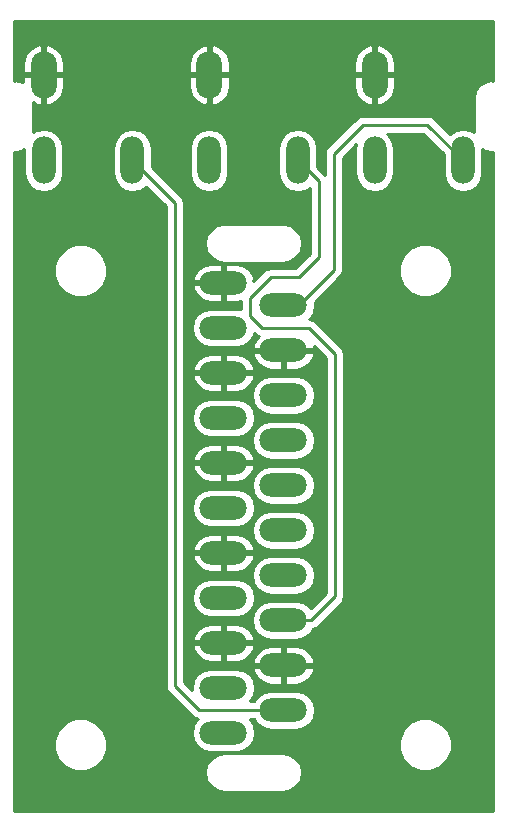
<source format=gbl>
G04 #@! TF.FileFunction,Copper,L2,Bot,Signal*
%FSLAX46Y46*%
G04 Gerber Fmt 4.6, Leading zero omitted, Abs format (unit mm)*
G04 Created by KiCad (PCBNEW 4.0.7) date 06/07/18 20:36:00*
%MOMM*%
%LPD*%
G01*
G04 APERTURE LIST*
%ADD10C,0.100000*%
%ADD11O,2.200000X4.000000*%
%ADD12O,2.000000X4.000000*%
%ADD13O,4.000000X2.000000*%
%ADD14C,0.250000*%
%ADD15C,0.254000*%
G04 APERTURE END LIST*
D10*
D11*
X132745000Y-71671000D03*
X146745000Y-71671000D03*
X160745000Y-71671000D03*
D12*
X132745000Y-78921000D03*
X140245000Y-78921000D03*
X168245000Y-78921000D03*
X160745000Y-78921000D03*
X154245000Y-78921000D03*
X146745000Y-78921000D03*
D13*
X153035000Y-91176000D03*
X153035000Y-94986000D03*
X153035000Y-98796000D03*
X153035000Y-102606000D03*
X153035000Y-125466000D03*
X153035000Y-121656000D03*
X153035000Y-117846000D03*
X153035000Y-114036000D03*
X153035000Y-110226000D03*
X153035000Y-106416000D03*
X147955000Y-127381000D03*
X147955000Y-123571000D03*
X147955000Y-119761000D03*
X147955000Y-115951000D03*
X147955000Y-112141000D03*
X147955000Y-89281000D03*
X147955000Y-93091000D03*
X147955000Y-96901000D03*
X147955000Y-100711000D03*
X147955000Y-104521000D03*
X147955000Y-108331000D03*
D14*
X153035000Y-125466000D02*
X145913000Y-125466000D01*
X143827500Y-82503500D02*
X140245000Y-78921000D01*
X143827500Y-123380500D02*
X143827500Y-82503500D01*
X145913000Y-125466000D02*
X143827500Y-123380500D01*
X153035000Y-91176000D02*
X154315000Y-91176000D01*
X154315000Y-91176000D02*
X157289500Y-88201500D01*
X157289500Y-88201500D02*
X157289500Y-78359000D01*
X157289500Y-78359000D02*
X159766000Y-75882500D01*
X159766000Y-75882500D02*
X165206500Y-75882500D01*
X165206500Y-75882500D02*
X168245000Y-78921000D01*
X153035000Y-117846000D02*
X155394500Y-117846000D01*
X156019500Y-80695500D02*
X154245000Y-78921000D01*
X156019500Y-87122000D02*
X156019500Y-80695500D01*
X154368500Y-88773000D02*
X156019500Y-87122000D01*
X151955500Y-88773000D02*
X154368500Y-88773000D01*
X150177500Y-90551000D02*
X151955500Y-88773000D01*
X150177500Y-92075000D02*
X150177500Y-90551000D01*
X151193500Y-93091000D02*
X150177500Y-92075000D01*
X155194000Y-93091000D02*
X151193500Y-93091000D01*
X157416500Y-95313500D02*
X155194000Y-93091000D01*
X157416500Y-115824000D02*
X157416500Y-95313500D01*
X155394500Y-117846000D02*
X157416500Y-115824000D01*
X153035000Y-117846000D02*
X152263000Y-117846000D01*
D15*
G36*
X170803500Y-72159048D02*
X170645000Y-72127520D01*
X170076715Y-72240559D01*
X169594946Y-72562466D01*
X169273039Y-73044235D01*
X169160000Y-73612520D01*
X169160000Y-76552146D01*
X168870687Y-76358834D01*
X168245000Y-76234377D01*
X167619313Y-76358834D01*
X167102775Y-76703973D01*
X165743901Y-75345099D01*
X165497339Y-75180352D01*
X165206500Y-75122500D01*
X159766000Y-75122500D01*
X159475161Y-75180352D01*
X159228599Y-75345099D01*
X156752099Y-77821599D01*
X156587352Y-78068161D01*
X156529500Y-78359000D01*
X156529500Y-80130698D01*
X155880000Y-79481198D01*
X155880000Y-77869377D01*
X155755543Y-77243690D01*
X155401120Y-76713257D01*
X154870687Y-76358834D01*
X154245000Y-76234377D01*
X153619313Y-76358834D01*
X153088880Y-76713257D01*
X152734457Y-77243690D01*
X152610000Y-77869377D01*
X152610000Y-79972623D01*
X152734457Y-80598310D01*
X153088880Y-81128743D01*
X153619313Y-81483166D01*
X154245000Y-81607623D01*
X154870687Y-81483166D01*
X155259500Y-81223370D01*
X155259500Y-86807198D01*
X154053698Y-88013000D01*
X151955500Y-88013000D01*
X151664661Y-88070852D01*
X151418099Y-88235599D01*
X150499700Y-89153998D01*
X150425778Y-89153998D01*
X150545124Y-88900566D01*
X150514144Y-88772645D01*
X150200922Y-88214683D01*
X149698020Y-87819058D01*
X149082000Y-87646000D01*
X148082000Y-87646000D01*
X148082000Y-89154000D01*
X148102000Y-89154000D01*
X148102000Y-89408000D01*
X148082000Y-89408000D01*
X148082000Y-90916000D01*
X149082000Y-90916000D01*
X149417500Y-90821748D01*
X149417500Y-91537729D01*
X149006623Y-91456000D01*
X146903377Y-91456000D01*
X146277690Y-91580457D01*
X145747257Y-91934880D01*
X145392834Y-92465313D01*
X145268377Y-93091000D01*
X145392834Y-93716687D01*
X145747257Y-94247120D01*
X146277690Y-94601543D01*
X146903377Y-94726000D01*
X149006623Y-94726000D01*
X149632310Y-94601543D01*
X150162743Y-94247120D01*
X150517166Y-93716687D01*
X150554864Y-93527166D01*
X150656099Y-93628401D01*
X150902661Y-93793148D01*
X150940385Y-93800652D01*
X150789078Y-93919683D01*
X150475856Y-94477645D01*
X150444876Y-94605566D01*
X150564223Y-94859000D01*
X152908000Y-94859000D01*
X152908000Y-94839000D01*
X153162000Y-94839000D01*
X153162000Y-94859000D01*
X155505777Y-94859000D01*
X155625124Y-94605566D01*
X155622363Y-94594165D01*
X156656500Y-95628302D01*
X156656500Y-115509198D01*
X155336100Y-116829598D01*
X155242743Y-116689880D01*
X154712310Y-116335457D01*
X154086623Y-116211000D01*
X151983377Y-116211000D01*
X151357690Y-116335457D01*
X150827257Y-116689880D01*
X150472834Y-117220313D01*
X150348377Y-117846000D01*
X150472834Y-118471687D01*
X150827257Y-119002120D01*
X151357690Y-119356543D01*
X151983377Y-119481000D01*
X154086623Y-119481000D01*
X154712310Y-119356543D01*
X155242743Y-119002120D01*
X155524730Y-118580095D01*
X155685339Y-118548148D01*
X155931901Y-118383401D01*
X157953901Y-116361401D01*
X158118648Y-116114839D01*
X158176500Y-115824000D01*
X158176500Y-95313500D01*
X158118648Y-95022661D01*
X157953901Y-94776099D01*
X155731401Y-92553599D01*
X155484839Y-92388852D01*
X155232853Y-92338728D01*
X155242743Y-92332120D01*
X155597166Y-91801687D01*
X155721623Y-91176000D01*
X155666570Y-90899232D01*
X157826901Y-88738901D01*
X157850976Y-88702869D01*
X162796363Y-88702869D01*
X163135905Y-89524622D01*
X163764071Y-90153886D01*
X164585231Y-90494861D01*
X165474369Y-90495637D01*
X166296122Y-90156095D01*
X166925386Y-89527929D01*
X167266361Y-88706769D01*
X167267137Y-87817631D01*
X166927595Y-86995878D01*
X166299429Y-86366614D01*
X165478269Y-86025639D01*
X164589131Y-86024863D01*
X163767378Y-86364405D01*
X163138114Y-86992571D01*
X162797139Y-87813731D01*
X162796363Y-88702869D01*
X157850976Y-88702869D01*
X157991648Y-88492340D01*
X158049500Y-88201500D01*
X158049500Y-78673802D01*
X159173584Y-77549718D01*
X159110000Y-77869377D01*
X159110000Y-79972623D01*
X159234457Y-80598310D01*
X159588880Y-81128743D01*
X160119313Y-81483166D01*
X160745000Y-81607623D01*
X161370687Y-81483166D01*
X161901120Y-81128743D01*
X162255543Y-80598310D01*
X162380000Y-79972623D01*
X162380000Y-77869377D01*
X162255543Y-77243690D01*
X161901120Y-76713257D01*
X161795224Y-76642500D01*
X164891698Y-76642500D01*
X166610000Y-78360802D01*
X166610000Y-79972623D01*
X166734457Y-80598310D01*
X167088880Y-81128743D01*
X167619313Y-81483166D01*
X168245000Y-81607623D01*
X168870687Y-81483166D01*
X169401120Y-81128743D01*
X169755543Y-80598310D01*
X169880000Y-79972623D01*
X169880000Y-77970001D01*
X170076715Y-78101441D01*
X170645000Y-78214480D01*
X170803500Y-78182952D01*
X170803500Y-133973500D01*
X130186500Y-133973500D01*
X130186500Y-130731000D01*
X146380950Y-130731000D01*
X146505407Y-131356687D01*
X146859830Y-131887120D01*
X147390263Y-132241543D01*
X148015950Y-132366000D01*
X152974050Y-132366000D01*
X153599737Y-132241543D01*
X154130170Y-131887120D01*
X154484593Y-131356687D01*
X154609050Y-130731000D01*
X154484593Y-130105313D01*
X154130170Y-129574880D01*
X153599737Y-129220457D01*
X152974050Y-129096000D01*
X148015950Y-129096000D01*
X147390263Y-129220457D01*
X146859830Y-129574880D01*
X146505407Y-130105313D01*
X146380950Y-130731000D01*
X130186500Y-130731000D01*
X130186500Y-128844369D01*
X133622863Y-128844369D01*
X133962405Y-129666122D01*
X134590571Y-130295386D01*
X135411731Y-130636361D01*
X136300869Y-130637137D01*
X137122622Y-130297595D01*
X137751886Y-129669429D01*
X138092861Y-128848269D01*
X138093637Y-127959131D01*
X137754095Y-127137378D01*
X137125929Y-126508114D01*
X136304769Y-126167139D01*
X135415631Y-126166363D01*
X134593878Y-126505905D01*
X133964614Y-127134071D01*
X133623639Y-127955231D01*
X133622863Y-128844369D01*
X130186500Y-128844369D01*
X130186500Y-88702869D01*
X133622863Y-88702869D01*
X133962405Y-89524622D01*
X134590571Y-90153886D01*
X135411731Y-90494861D01*
X136300869Y-90495637D01*
X137122622Y-90156095D01*
X137751886Y-89527929D01*
X138092861Y-88706769D01*
X138093637Y-87817631D01*
X137754095Y-86995878D01*
X137125929Y-86366614D01*
X136304769Y-86025639D01*
X135415631Y-86024863D01*
X134593878Y-86364405D01*
X133964614Y-86992571D01*
X133623639Y-87813731D01*
X133622863Y-88702869D01*
X130186500Y-88702869D01*
X130186500Y-78182952D01*
X130345000Y-78214480D01*
X130913285Y-78101441D01*
X131110000Y-77970001D01*
X131110000Y-79972623D01*
X131234457Y-80598310D01*
X131588880Y-81128743D01*
X132119313Y-81483166D01*
X132745000Y-81607623D01*
X133370687Y-81483166D01*
X133901120Y-81128743D01*
X134255543Y-80598310D01*
X134380000Y-79972623D01*
X134380000Y-77869377D01*
X138610000Y-77869377D01*
X138610000Y-79972623D01*
X138734457Y-80598310D01*
X139088880Y-81128743D01*
X139619313Y-81483166D01*
X140245000Y-81607623D01*
X140870687Y-81483166D01*
X141387225Y-81138027D01*
X143067500Y-82818302D01*
X143067500Y-123380500D01*
X143125352Y-123671339D01*
X143290099Y-123917901D01*
X145375599Y-126003401D01*
X145622160Y-126168148D01*
X145783987Y-126200338D01*
X145747257Y-126224880D01*
X145392834Y-126755313D01*
X145268377Y-127381000D01*
X145392834Y-128006687D01*
X145747257Y-128537120D01*
X146277690Y-128891543D01*
X146903377Y-129016000D01*
X149006623Y-129016000D01*
X149632310Y-128891543D01*
X149702911Y-128844369D01*
X162796363Y-128844369D01*
X163135905Y-129666122D01*
X163764071Y-130295386D01*
X164585231Y-130636361D01*
X165474369Y-130637137D01*
X166296122Y-130297595D01*
X166925386Y-129669429D01*
X167266361Y-128848269D01*
X167267137Y-127959131D01*
X166927595Y-127137378D01*
X166299429Y-126508114D01*
X165478269Y-126167139D01*
X164589131Y-126166363D01*
X163767378Y-126505905D01*
X163138114Y-127134071D01*
X162797139Y-127955231D01*
X162796363Y-128844369D01*
X149702911Y-128844369D01*
X150162743Y-128537120D01*
X150517166Y-128006687D01*
X150641623Y-127381000D01*
X150517166Y-126755313D01*
X150163491Y-126226000D01*
X150562579Y-126226000D01*
X150827257Y-126622120D01*
X151357690Y-126976543D01*
X151983377Y-127101000D01*
X154086623Y-127101000D01*
X154712310Y-126976543D01*
X155242743Y-126622120D01*
X155597166Y-126091687D01*
X155721623Y-125466000D01*
X155597166Y-124840313D01*
X155242743Y-124309880D01*
X154712310Y-123955457D01*
X154086623Y-123831000D01*
X151983377Y-123831000D01*
X151357690Y-123955457D01*
X150827257Y-124309880D01*
X150562579Y-124706000D01*
X150176855Y-124706000D01*
X150517166Y-124196687D01*
X150641623Y-123571000D01*
X150517166Y-122945313D01*
X150162743Y-122414880D01*
X149632310Y-122060457D01*
X149511539Y-122036434D01*
X150444876Y-122036434D01*
X150475856Y-122164355D01*
X150789078Y-122722317D01*
X151291980Y-123117942D01*
X151908000Y-123291000D01*
X152908000Y-123291000D01*
X152908000Y-121783000D01*
X153162000Y-121783000D01*
X153162000Y-123291000D01*
X154162000Y-123291000D01*
X154778020Y-123117942D01*
X155280922Y-122722317D01*
X155594144Y-122164355D01*
X155625124Y-122036434D01*
X155505777Y-121783000D01*
X153162000Y-121783000D01*
X152908000Y-121783000D01*
X150564223Y-121783000D01*
X150444876Y-122036434D01*
X149511539Y-122036434D01*
X149006623Y-121936000D01*
X146903377Y-121936000D01*
X146277690Y-122060457D01*
X145747257Y-122414880D01*
X145392834Y-122945313D01*
X145268377Y-123571000D01*
X145311973Y-123790171D01*
X144587500Y-123065698D01*
X144587500Y-120141434D01*
X145364876Y-120141434D01*
X145395856Y-120269355D01*
X145709078Y-120827317D01*
X146211980Y-121222942D01*
X146828000Y-121396000D01*
X147828000Y-121396000D01*
X147828000Y-119888000D01*
X148082000Y-119888000D01*
X148082000Y-121396000D01*
X149082000Y-121396000D01*
X149510698Y-121275566D01*
X150444876Y-121275566D01*
X150564223Y-121529000D01*
X152908000Y-121529000D01*
X152908000Y-120021000D01*
X153162000Y-120021000D01*
X153162000Y-121529000D01*
X155505777Y-121529000D01*
X155625124Y-121275566D01*
X155594144Y-121147645D01*
X155280922Y-120589683D01*
X154778020Y-120194058D01*
X154162000Y-120021000D01*
X153162000Y-120021000D01*
X152908000Y-120021000D01*
X151908000Y-120021000D01*
X151291980Y-120194058D01*
X150789078Y-120589683D01*
X150475856Y-121147645D01*
X150444876Y-121275566D01*
X149510698Y-121275566D01*
X149698020Y-121222942D01*
X150200922Y-120827317D01*
X150514144Y-120269355D01*
X150545124Y-120141434D01*
X150425777Y-119888000D01*
X148082000Y-119888000D01*
X147828000Y-119888000D01*
X145484223Y-119888000D01*
X145364876Y-120141434D01*
X144587500Y-120141434D01*
X144587500Y-119380566D01*
X145364876Y-119380566D01*
X145484223Y-119634000D01*
X147828000Y-119634000D01*
X147828000Y-118126000D01*
X148082000Y-118126000D01*
X148082000Y-119634000D01*
X150425777Y-119634000D01*
X150545124Y-119380566D01*
X150514144Y-119252645D01*
X150200922Y-118694683D01*
X149698020Y-118299058D01*
X149082000Y-118126000D01*
X148082000Y-118126000D01*
X147828000Y-118126000D01*
X146828000Y-118126000D01*
X146211980Y-118299058D01*
X145709078Y-118694683D01*
X145395856Y-119252645D01*
X145364876Y-119380566D01*
X144587500Y-119380566D01*
X144587500Y-115951000D01*
X145268377Y-115951000D01*
X145392834Y-116576687D01*
X145747257Y-117107120D01*
X146277690Y-117461543D01*
X146903377Y-117586000D01*
X149006623Y-117586000D01*
X149632310Y-117461543D01*
X150162743Y-117107120D01*
X150517166Y-116576687D01*
X150641623Y-115951000D01*
X150517166Y-115325313D01*
X150162743Y-114794880D01*
X149632310Y-114440457D01*
X149006623Y-114316000D01*
X146903377Y-114316000D01*
X146277690Y-114440457D01*
X145747257Y-114794880D01*
X145392834Y-115325313D01*
X145268377Y-115951000D01*
X144587500Y-115951000D01*
X144587500Y-114036000D01*
X150348377Y-114036000D01*
X150472834Y-114661687D01*
X150827257Y-115192120D01*
X151357690Y-115546543D01*
X151983377Y-115671000D01*
X154086623Y-115671000D01*
X154712310Y-115546543D01*
X155242743Y-115192120D01*
X155597166Y-114661687D01*
X155721623Y-114036000D01*
X155597166Y-113410313D01*
X155242743Y-112879880D01*
X154712310Y-112525457D01*
X154086623Y-112401000D01*
X151983377Y-112401000D01*
X151357690Y-112525457D01*
X150827257Y-112879880D01*
X150472834Y-113410313D01*
X150348377Y-114036000D01*
X144587500Y-114036000D01*
X144587500Y-112521434D01*
X145364876Y-112521434D01*
X145395856Y-112649355D01*
X145709078Y-113207317D01*
X146211980Y-113602942D01*
X146828000Y-113776000D01*
X147828000Y-113776000D01*
X147828000Y-112268000D01*
X148082000Y-112268000D01*
X148082000Y-113776000D01*
X149082000Y-113776000D01*
X149698020Y-113602942D01*
X150200922Y-113207317D01*
X150514144Y-112649355D01*
X150545124Y-112521434D01*
X150425777Y-112268000D01*
X148082000Y-112268000D01*
X147828000Y-112268000D01*
X145484223Y-112268000D01*
X145364876Y-112521434D01*
X144587500Y-112521434D01*
X144587500Y-111760566D01*
X145364876Y-111760566D01*
X145484223Y-112014000D01*
X147828000Y-112014000D01*
X147828000Y-110506000D01*
X148082000Y-110506000D01*
X148082000Y-112014000D01*
X150425777Y-112014000D01*
X150545124Y-111760566D01*
X150514144Y-111632645D01*
X150200922Y-111074683D01*
X149698020Y-110679058D01*
X149082000Y-110506000D01*
X148082000Y-110506000D01*
X147828000Y-110506000D01*
X146828000Y-110506000D01*
X146211980Y-110679058D01*
X145709078Y-111074683D01*
X145395856Y-111632645D01*
X145364876Y-111760566D01*
X144587500Y-111760566D01*
X144587500Y-110226000D01*
X150348377Y-110226000D01*
X150472834Y-110851687D01*
X150827257Y-111382120D01*
X151357690Y-111736543D01*
X151983377Y-111861000D01*
X154086623Y-111861000D01*
X154712310Y-111736543D01*
X155242743Y-111382120D01*
X155597166Y-110851687D01*
X155721623Y-110226000D01*
X155597166Y-109600313D01*
X155242743Y-109069880D01*
X154712310Y-108715457D01*
X154086623Y-108591000D01*
X151983377Y-108591000D01*
X151357690Y-108715457D01*
X150827257Y-109069880D01*
X150472834Y-109600313D01*
X150348377Y-110226000D01*
X144587500Y-110226000D01*
X144587500Y-108331000D01*
X145268377Y-108331000D01*
X145392834Y-108956687D01*
X145747257Y-109487120D01*
X146277690Y-109841543D01*
X146903377Y-109966000D01*
X149006623Y-109966000D01*
X149632310Y-109841543D01*
X150162743Y-109487120D01*
X150517166Y-108956687D01*
X150641623Y-108331000D01*
X150517166Y-107705313D01*
X150162743Y-107174880D01*
X149632310Y-106820457D01*
X149006623Y-106696000D01*
X146903377Y-106696000D01*
X146277690Y-106820457D01*
X145747257Y-107174880D01*
X145392834Y-107705313D01*
X145268377Y-108331000D01*
X144587500Y-108331000D01*
X144587500Y-106416000D01*
X150348377Y-106416000D01*
X150472834Y-107041687D01*
X150827257Y-107572120D01*
X151357690Y-107926543D01*
X151983377Y-108051000D01*
X154086623Y-108051000D01*
X154712310Y-107926543D01*
X155242743Y-107572120D01*
X155597166Y-107041687D01*
X155721623Y-106416000D01*
X155597166Y-105790313D01*
X155242743Y-105259880D01*
X154712310Y-104905457D01*
X154086623Y-104781000D01*
X151983377Y-104781000D01*
X151357690Y-104905457D01*
X150827257Y-105259880D01*
X150472834Y-105790313D01*
X150348377Y-106416000D01*
X144587500Y-106416000D01*
X144587500Y-104901434D01*
X145364876Y-104901434D01*
X145395856Y-105029355D01*
X145709078Y-105587317D01*
X146211980Y-105982942D01*
X146828000Y-106156000D01*
X147828000Y-106156000D01*
X147828000Y-104648000D01*
X148082000Y-104648000D01*
X148082000Y-106156000D01*
X149082000Y-106156000D01*
X149698020Y-105982942D01*
X150200922Y-105587317D01*
X150514144Y-105029355D01*
X150545124Y-104901434D01*
X150425777Y-104648000D01*
X148082000Y-104648000D01*
X147828000Y-104648000D01*
X145484223Y-104648000D01*
X145364876Y-104901434D01*
X144587500Y-104901434D01*
X144587500Y-104140566D01*
X145364876Y-104140566D01*
X145484223Y-104394000D01*
X147828000Y-104394000D01*
X147828000Y-102886000D01*
X148082000Y-102886000D01*
X148082000Y-104394000D01*
X150425777Y-104394000D01*
X150545124Y-104140566D01*
X150514144Y-104012645D01*
X150200922Y-103454683D01*
X149698020Y-103059058D01*
X149082000Y-102886000D01*
X148082000Y-102886000D01*
X147828000Y-102886000D01*
X146828000Y-102886000D01*
X146211980Y-103059058D01*
X145709078Y-103454683D01*
X145395856Y-104012645D01*
X145364876Y-104140566D01*
X144587500Y-104140566D01*
X144587500Y-102606000D01*
X150348377Y-102606000D01*
X150472834Y-103231687D01*
X150827257Y-103762120D01*
X151357690Y-104116543D01*
X151983377Y-104241000D01*
X154086623Y-104241000D01*
X154712310Y-104116543D01*
X155242743Y-103762120D01*
X155597166Y-103231687D01*
X155721623Y-102606000D01*
X155597166Y-101980313D01*
X155242743Y-101449880D01*
X154712310Y-101095457D01*
X154086623Y-100971000D01*
X151983377Y-100971000D01*
X151357690Y-101095457D01*
X150827257Y-101449880D01*
X150472834Y-101980313D01*
X150348377Y-102606000D01*
X144587500Y-102606000D01*
X144587500Y-100711000D01*
X145268377Y-100711000D01*
X145392834Y-101336687D01*
X145747257Y-101867120D01*
X146277690Y-102221543D01*
X146903377Y-102346000D01*
X149006623Y-102346000D01*
X149632310Y-102221543D01*
X150162743Y-101867120D01*
X150517166Y-101336687D01*
X150641623Y-100711000D01*
X150517166Y-100085313D01*
X150162743Y-99554880D01*
X149632310Y-99200457D01*
X149006623Y-99076000D01*
X146903377Y-99076000D01*
X146277690Y-99200457D01*
X145747257Y-99554880D01*
X145392834Y-100085313D01*
X145268377Y-100711000D01*
X144587500Y-100711000D01*
X144587500Y-98796000D01*
X150348377Y-98796000D01*
X150472834Y-99421687D01*
X150827257Y-99952120D01*
X151357690Y-100306543D01*
X151983377Y-100431000D01*
X154086623Y-100431000D01*
X154712310Y-100306543D01*
X155242743Y-99952120D01*
X155597166Y-99421687D01*
X155721623Y-98796000D01*
X155597166Y-98170313D01*
X155242743Y-97639880D01*
X154712310Y-97285457D01*
X154086623Y-97161000D01*
X151983377Y-97161000D01*
X151357690Y-97285457D01*
X150827257Y-97639880D01*
X150472834Y-98170313D01*
X150348377Y-98796000D01*
X144587500Y-98796000D01*
X144587500Y-97281434D01*
X145364876Y-97281434D01*
X145395856Y-97409355D01*
X145709078Y-97967317D01*
X146211980Y-98362942D01*
X146828000Y-98536000D01*
X147828000Y-98536000D01*
X147828000Y-97028000D01*
X148082000Y-97028000D01*
X148082000Y-98536000D01*
X149082000Y-98536000D01*
X149698020Y-98362942D01*
X150200922Y-97967317D01*
X150514144Y-97409355D01*
X150545124Y-97281434D01*
X150425777Y-97028000D01*
X148082000Y-97028000D01*
X147828000Y-97028000D01*
X145484223Y-97028000D01*
X145364876Y-97281434D01*
X144587500Y-97281434D01*
X144587500Y-96520566D01*
X145364876Y-96520566D01*
X145484223Y-96774000D01*
X147828000Y-96774000D01*
X147828000Y-95266000D01*
X148082000Y-95266000D01*
X148082000Y-96774000D01*
X150425777Y-96774000D01*
X150545124Y-96520566D01*
X150514144Y-96392645D01*
X150200922Y-95834683D01*
X149698020Y-95439058D01*
X149439507Y-95366434D01*
X150444876Y-95366434D01*
X150475856Y-95494355D01*
X150789078Y-96052317D01*
X151291980Y-96447942D01*
X151908000Y-96621000D01*
X152908000Y-96621000D01*
X152908000Y-95113000D01*
X153162000Y-95113000D01*
X153162000Y-96621000D01*
X154162000Y-96621000D01*
X154778020Y-96447942D01*
X155280922Y-96052317D01*
X155594144Y-95494355D01*
X155625124Y-95366434D01*
X155505777Y-95113000D01*
X153162000Y-95113000D01*
X152908000Y-95113000D01*
X150564223Y-95113000D01*
X150444876Y-95366434D01*
X149439507Y-95366434D01*
X149082000Y-95266000D01*
X148082000Y-95266000D01*
X147828000Y-95266000D01*
X146828000Y-95266000D01*
X146211980Y-95439058D01*
X145709078Y-95834683D01*
X145395856Y-96392645D01*
X145364876Y-96520566D01*
X144587500Y-96520566D01*
X144587500Y-89661434D01*
X145364876Y-89661434D01*
X145395856Y-89789355D01*
X145709078Y-90347317D01*
X146211980Y-90742942D01*
X146828000Y-90916000D01*
X147828000Y-90916000D01*
X147828000Y-89408000D01*
X145484223Y-89408000D01*
X145364876Y-89661434D01*
X144587500Y-89661434D01*
X144587500Y-88900566D01*
X145364876Y-88900566D01*
X145484223Y-89154000D01*
X147828000Y-89154000D01*
X147828000Y-87646000D01*
X146828000Y-87646000D01*
X146211980Y-87819058D01*
X145709078Y-88214683D01*
X145395856Y-88772645D01*
X145364876Y-88900566D01*
X144587500Y-88900566D01*
X144587500Y-85931000D01*
X146380950Y-85931000D01*
X146505407Y-86556687D01*
X146859830Y-87087120D01*
X147390263Y-87441543D01*
X148015950Y-87566000D01*
X152974050Y-87566000D01*
X153599737Y-87441543D01*
X154130170Y-87087120D01*
X154484593Y-86556687D01*
X154609050Y-85931000D01*
X154484593Y-85305313D01*
X154130170Y-84774880D01*
X153599737Y-84420457D01*
X152974050Y-84296000D01*
X148015950Y-84296000D01*
X147390263Y-84420457D01*
X146859830Y-84774880D01*
X146505407Y-85305313D01*
X146380950Y-85931000D01*
X144587500Y-85931000D01*
X144587500Y-82503500D01*
X144529648Y-82212661D01*
X144364901Y-81966099D01*
X141880000Y-79481198D01*
X141880000Y-77869377D01*
X145110000Y-77869377D01*
X145110000Y-79972623D01*
X145234457Y-80598310D01*
X145588880Y-81128743D01*
X146119313Y-81483166D01*
X146745000Y-81607623D01*
X147370687Y-81483166D01*
X147901120Y-81128743D01*
X148255543Y-80598310D01*
X148380000Y-79972623D01*
X148380000Y-77869377D01*
X148255543Y-77243690D01*
X147901120Y-76713257D01*
X147370687Y-76358834D01*
X146745000Y-76234377D01*
X146119313Y-76358834D01*
X145588880Y-76713257D01*
X145234457Y-77243690D01*
X145110000Y-77869377D01*
X141880000Y-77869377D01*
X141755543Y-77243690D01*
X141401120Y-76713257D01*
X140870687Y-76358834D01*
X140245000Y-76234377D01*
X139619313Y-76358834D01*
X139088880Y-76713257D01*
X138734457Y-77243690D01*
X138610000Y-77869377D01*
X134380000Y-77869377D01*
X134255543Y-77243690D01*
X133901120Y-76713257D01*
X133370687Y-76358834D01*
X132745000Y-76234377D01*
X132119313Y-76358834D01*
X131830000Y-76552146D01*
X131830000Y-74013574D01*
X132198376Y-74222531D01*
X132348878Y-74260175D01*
X132618000Y-74142125D01*
X132618000Y-71798000D01*
X132872000Y-71798000D01*
X132872000Y-74142125D01*
X133141122Y-74260175D01*
X133291624Y-74222531D01*
X133882028Y-73887632D01*
X134299330Y-73352288D01*
X134480000Y-72698000D01*
X134480000Y-71798000D01*
X145010000Y-71798000D01*
X145010000Y-72698000D01*
X145190670Y-73352288D01*
X145607972Y-73887632D01*
X146198376Y-74222531D01*
X146348878Y-74260175D01*
X146618000Y-74142125D01*
X146618000Y-71798000D01*
X146872000Y-71798000D01*
X146872000Y-74142125D01*
X147141122Y-74260175D01*
X147291624Y-74222531D01*
X147882028Y-73887632D01*
X148299330Y-73352288D01*
X148480000Y-72698000D01*
X148480000Y-71798000D01*
X159010000Y-71798000D01*
X159010000Y-72698000D01*
X159190670Y-73352288D01*
X159607972Y-73887632D01*
X160198376Y-74222531D01*
X160348878Y-74260175D01*
X160618000Y-74142125D01*
X160618000Y-71798000D01*
X160872000Y-71798000D01*
X160872000Y-74142125D01*
X161141122Y-74260175D01*
X161291624Y-74222531D01*
X161882028Y-73887632D01*
X162299330Y-73352288D01*
X162480000Y-72698000D01*
X162480000Y-71798000D01*
X160872000Y-71798000D01*
X160618000Y-71798000D01*
X159010000Y-71798000D01*
X148480000Y-71798000D01*
X146872000Y-71798000D01*
X146618000Y-71798000D01*
X145010000Y-71798000D01*
X134480000Y-71798000D01*
X132872000Y-71798000D01*
X132618000Y-71798000D01*
X131010000Y-71798000D01*
X131010000Y-72305182D01*
X130913285Y-72240559D01*
X130345000Y-72127520D01*
X130186500Y-72159048D01*
X130186500Y-70644000D01*
X131010000Y-70644000D01*
X131010000Y-71544000D01*
X132618000Y-71544000D01*
X132618000Y-69199875D01*
X132872000Y-69199875D01*
X132872000Y-71544000D01*
X134480000Y-71544000D01*
X134480000Y-70644000D01*
X145010000Y-70644000D01*
X145010000Y-71544000D01*
X146618000Y-71544000D01*
X146618000Y-69199875D01*
X146872000Y-69199875D01*
X146872000Y-71544000D01*
X148480000Y-71544000D01*
X148480000Y-70644000D01*
X159010000Y-70644000D01*
X159010000Y-71544000D01*
X160618000Y-71544000D01*
X160618000Y-69199875D01*
X160872000Y-69199875D01*
X160872000Y-71544000D01*
X162480000Y-71544000D01*
X162480000Y-70644000D01*
X162299330Y-69989712D01*
X161882028Y-69454368D01*
X161291624Y-69119469D01*
X161141122Y-69081825D01*
X160872000Y-69199875D01*
X160618000Y-69199875D01*
X160348878Y-69081825D01*
X160198376Y-69119469D01*
X159607972Y-69454368D01*
X159190670Y-69989712D01*
X159010000Y-70644000D01*
X148480000Y-70644000D01*
X148299330Y-69989712D01*
X147882028Y-69454368D01*
X147291624Y-69119469D01*
X147141122Y-69081825D01*
X146872000Y-69199875D01*
X146618000Y-69199875D01*
X146348878Y-69081825D01*
X146198376Y-69119469D01*
X145607972Y-69454368D01*
X145190670Y-69989712D01*
X145010000Y-70644000D01*
X134480000Y-70644000D01*
X134299330Y-69989712D01*
X133882028Y-69454368D01*
X133291624Y-69119469D01*
X133141122Y-69081825D01*
X132872000Y-69199875D01*
X132618000Y-69199875D01*
X132348878Y-69081825D01*
X132198376Y-69119469D01*
X131607972Y-69454368D01*
X131190670Y-69989712D01*
X131010000Y-70644000D01*
X130186500Y-70644000D01*
X130186500Y-67131000D01*
X170803500Y-67131000D01*
X170803500Y-72159048D01*
X170803500Y-72159048D01*
G37*
X170803500Y-72159048D02*
X170645000Y-72127520D01*
X170076715Y-72240559D01*
X169594946Y-72562466D01*
X169273039Y-73044235D01*
X169160000Y-73612520D01*
X169160000Y-76552146D01*
X168870687Y-76358834D01*
X168245000Y-76234377D01*
X167619313Y-76358834D01*
X167102775Y-76703973D01*
X165743901Y-75345099D01*
X165497339Y-75180352D01*
X165206500Y-75122500D01*
X159766000Y-75122500D01*
X159475161Y-75180352D01*
X159228599Y-75345099D01*
X156752099Y-77821599D01*
X156587352Y-78068161D01*
X156529500Y-78359000D01*
X156529500Y-80130698D01*
X155880000Y-79481198D01*
X155880000Y-77869377D01*
X155755543Y-77243690D01*
X155401120Y-76713257D01*
X154870687Y-76358834D01*
X154245000Y-76234377D01*
X153619313Y-76358834D01*
X153088880Y-76713257D01*
X152734457Y-77243690D01*
X152610000Y-77869377D01*
X152610000Y-79972623D01*
X152734457Y-80598310D01*
X153088880Y-81128743D01*
X153619313Y-81483166D01*
X154245000Y-81607623D01*
X154870687Y-81483166D01*
X155259500Y-81223370D01*
X155259500Y-86807198D01*
X154053698Y-88013000D01*
X151955500Y-88013000D01*
X151664661Y-88070852D01*
X151418099Y-88235599D01*
X150499700Y-89153998D01*
X150425778Y-89153998D01*
X150545124Y-88900566D01*
X150514144Y-88772645D01*
X150200922Y-88214683D01*
X149698020Y-87819058D01*
X149082000Y-87646000D01*
X148082000Y-87646000D01*
X148082000Y-89154000D01*
X148102000Y-89154000D01*
X148102000Y-89408000D01*
X148082000Y-89408000D01*
X148082000Y-90916000D01*
X149082000Y-90916000D01*
X149417500Y-90821748D01*
X149417500Y-91537729D01*
X149006623Y-91456000D01*
X146903377Y-91456000D01*
X146277690Y-91580457D01*
X145747257Y-91934880D01*
X145392834Y-92465313D01*
X145268377Y-93091000D01*
X145392834Y-93716687D01*
X145747257Y-94247120D01*
X146277690Y-94601543D01*
X146903377Y-94726000D01*
X149006623Y-94726000D01*
X149632310Y-94601543D01*
X150162743Y-94247120D01*
X150517166Y-93716687D01*
X150554864Y-93527166D01*
X150656099Y-93628401D01*
X150902661Y-93793148D01*
X150940385Y-93800652D01*
X150789078Y-93919683D01*
X150475856Y-94477645D01*
X150444876Y-94605566D01*
X150564223Y-94859000D01*
X152908000Y-94859000D01*
X152908000Y-94839000D01*
X153162000Y-94839000D01*
X153162000Y-94859000D01*
X155505777Y-94859000D01*
X155625124Y-94605566D01*
X155622363Y-94594165D01*
X156656500Y-95628302D01*
X156656500Y-115509198D01*
X155336100Y-116829598D01*
X155242743Y-116689880D01*
X154712310Y-116335457D01*
X154086623Y-116211000D01*
X151983377Y-116211000D01*
X151357690Y-116335457D01*
X150827257Y-116689880D01*
X150472834Y-117220313D01*
X150348377Y-117846000D01*
X150472834Y-118471687D01*
X150827257Y-119002120D01*
X151357690Y-119356543D01*
X151983377Y-119481000D01*
X154086623Y-119481000D01*
X154712310Y-119356543D01*
X155242743Y-119002120D01*
X155524730Y-118580095D01*
X155685339Y-118548148D01*
X155931901Y-118383401D01*
X157953901Y-116361401D01*
X158118648Y-116114839D01*
X158176500Y-115824000D01*
X158176500Y-95313500D01*
X158118648Y-95022661D01*
X157953901Y-94776099D01*
X155731401Y-92553599D01*
X155484839Y-92388852D01*
X155232853Y-92338728D01*
X155242743Y-92332120D01*
X155597166Y-91801687D01*
X155721623Y-91176000D01*
X155666570Y-90899232D01*
X157826901Y-88738901D01*
X157850976Y-88702869D01*
X162796363Y-88702869D01*
X163135905Y-89524622D01*
X163764071Y-90153886D01*
X164585231Y-90494861D01*
X165474369Y-90495637D01*
X166296122Y-90156095D01*
X166925386Y-89527929D01*
X167266361Y-88706769D01*
X167267137Y-87817631D01*
X166927595Y-86995878D01*
X166299429Y-86366614D01*
X165478269Y-86025639D01*
X164589131Y-86024863D01*
X163767378Y-86364405D01*
X163138114Y-86992571D01*
X162797139Y-87813731D01*
X162796363Y-88702869D01*
X157850976Y-88702869D01*
X157991648Y-88492340D01*
X158049500Y-88201500D01*
X158049500Y-78673802D01*
X159173584Y-77549718D01*
X159110000Y-77869377D01*
X159110000Y-79972623D01*
X159234457Y-80598310D01*
X159588880Y-81128743D01*
X160119313Y-81483166D01*
X160745000Y-81607623D01*
X161370687Y-81483166D01*
X161901120Y-81128743D01*
X162255543Y-80598310D01*
X162380000Y-79972623D01*
X162380000Y-77869377D01*
X162255543Y-77243690D01*
X161901120Y-76713257D01*
X161795224Y-76642500D01*
X164891698Y-76642500D01*
X166610000Y-78360802D01*
X166610000Y-79972623D01*
X166734457Y-80598310D01*
X167088880Y-81128743D01*
X167619313Y-81483166D01*
X168245000Y-81607623D01*
X168870687Y-81483166D01*
X169401120Y-81128743D01*
X169755543Y-80598310D01*
X169880000Y-79972623D01*
X169880000Y-77970001D01*
X170076715Y-78101441D01*
X170645000Y-78214480D01*
X170803500Y-78182952D01*
X170803500Y-133973500D01*
X130186500Y-133973500D01*
X130186500Y-130731000D01*
X146380950Y-130731000D01*
X146505407Y-131356687D01*
X146859830Y-131887120D01*
X147390263Y-132241543D01*
X148015950Y-132366000D01*
X152974050Y-132366000D01*
X153599737Y-132241543D01*
X154130170Y-131887120D01*
X154484593Y-131356687D01*
X154609050Y-130731000D01*
X154484593Y-130105313D01*
X154130170Y-129574880D01*
X153599737Y-129220457D01*
X152974050Y-129096000D01*
X148015950Y-129096000D01*
X147390263Y-129220457D01*
X146859830Y-129574880D01*
X146505407Y-130105313D01*
X146380950Y-130731000D01*
X130186500Y-130731000D01*
X130186500Y-128844369D01*
X133622863Y-128844369D01*
X133962405Y-129666122D01*
X134590571Y-130295386D01*
X135411731Y-130636361D01*
X136300869Y-130637137D01*
X137122622Y-130297595D01*
X137751886Y-129669429D01*
X138092861Y-128848269D01*
X138093637Y-127959131D01*
X137754095Y-127137378D01*
X137125929Y-126508114D01*
X136304769Y-126167139D01*
X135415631Y-126166363D01*
X134593878Y-126505905D01*
X133964614Y-127134071D01*
X133623639Y-127955231D01*
X133622863Y-128844369D01*
X130186500Y-128844369D01*
X130186500Y-88702869D01*
X133622863Y-88702869D01*
X133962405Y-89524622D01*
X134590571Y-90153886D01*
X135411731Y-90494861D01*
X136300869Y-90495637D01*
X137122622Y-90156095D01*
X137751886Y-89527929D01*
X138092861Y-88706769D01*
X138093637Y-87817631D01*
X137754095Y-86995878D01*
X137125929Y-86366614D01*
X136304769Y-86025639D01*
X135415631Y-86024863D01*
X134593878Y-86364405D01*
X133964614Y-86992571D01*
X133623639Y-87813731D01*
X133622863Y-88702869D01*
X130186500Y-88702869D01*
X130186500Y-78182952D01*
X130345000Y-78214480D01*
X130913285Y-78101441D01*
X131110000Y-77970001D01*
X131110000Y-79972623D01*
X131234457Y-80598310D01*
X131588880Y-81128743D01*
X132119313Y-81483166D01*
X132745000Y-81607623D01*
X133370687Y-81483166D01*
X133901120Y-81128743D01*
X134255543Y-80598310D01*
X134380000Y-79972623D01*
X134380000Y-77869377D01*
X138610000Y-77869377D01*
X138610000Y-79972623D01*
X138734457Y-80598310D01*
X139088880Y-81128743D01*
X139619313Y-81483166D01*
X140245000Y-81607623D01*
X140870687Y-81483166D01*
X141387225Y-81138027D01*
X143067500Y-82818302D01*
X143067500Y-123380500D01*
X143125352Y-123671339D01*
X143290099Y-123917901D01*
X145375599Y-126003401D01*
X145622160Y-126168148D01*
X145783987Y-126200338D01*
X145747257Y-126224880D01*
X145392834Y-126755313D01*
X145268377Y-127381000D01*
X145392834Y-128006687D01*
X145747257Y-128537120D01*
X146277690Y-128891543D01*
X146903377Y-129016000D01*
X149006623Y-129016000D01*
X149632310Y-128891543D01*
X149702911Y-128844369D01*
X162796363Y-128844369D01*
X163135905Y-129666122D01*
X163764071Y-130295386D01*
X164585231Y-130636361D01*
X165474369Y-130637137D01*
X166296122Y-130297595D01*
X166925386Y-129669429D01*
X167266361Y-128848269D01*
X167267137Y-127959131D01*
X166927595Y-127137378D01*
X166299429Y-126508114D01*
X165478269Y-126167139D01*
X164589131Y-126166363D01*
X163767378Y-126505905D01*
X163138114Y-127134071D01*
X162797139Y-127955231D01*
X162796363Y-128844369D01*
X149702911Y-128844369D01*
X150162743Y-128537120D01*
X150517166Y-128006687D01*
X150641623Y-127381000D01*
X150517166Y-126755313D01*
X150163491Y-126226000D01*
X150562579Y-126226000D01*
X150827257Y-126622120D01*
X151357690Y-126976543D01*
X151983377Y-127101000D01*
X154086623Y-127101000D01*
X154712310Y-126976543D01*
X155242743Y-126622120D01*
X155597166Y-126091687D01*
X155721623Y-125466000D01*
X155597166Y-124840313D01*
X155242743Y-124309880D01*
X154712310Y-123955457D01*
X154086623Y-123831000D01*
X151983377Y-123831000D01*
X151357690Y-123955457D01*
X150827257Y-124309880D01*
X150562579Y-124706000D01*
X150176855Y-124706000D01*
X150517166Y-124196687D01*
X150641623Y-123571000D01*
X150517166Y-122945313D01*
X150162743Y-122414880D01*
X149632310Y-122060457D01*
X149511539Y-122036434D01*
X150444876Y-122036434D01*
X150475856Y-122164355D01*
X150789078Y-122722317D01*
X151291980Y-123117942D01*
X151908000Y-123291000D01*
X152908000Y-123291000D01*
X152908000Y-121783000D01*
X153162000Y-121783000D01*
X153162000Y-123291000D01*
X154162000Y-123291000D01*
X154778020Y-123117942D01*
X155280922Y-122722317D01*
X155594144Y-122164355D01*
X155625124Y-122036434D01*
X155505777Y-121783000D01*
X153162000Y-121783000D01*
X152908000Y-121783000D01*
X150564223Y-121783000D01*
X150444876Y-122036434D01*
X149511539Y-122036434D01*
X149006623Y-121936000D01*
X146903377Y-121936000D01*
X146277690Y-122060457D01*
X145747257Y-122414880D01*
X145392834Y-122945313D01*
X145268377Y-123571000D01*
X145311973Y-123790171D01*
X144587500Y-123065698D01*
X144587500Y-120141434D01*
X145364876Y-120141434D01*
X145395856Y-120269355D01*
X145709078Y-120827317D01*
X146211980Y-121222942D01*
X146828000Y-121396000D01*
X147828000Y-121396000D01*
X147828000Y-119888000D01*
X148082000Y-119888000D01*
X148082000Y-121396000D01*
X149082000Y-121396000D01*
X149510698Y-121275566D01*
X150444876Y-121275566D01*
X150564223Y-121529000D01*
X152908000Y-121529000D01*
X152908000Y-120021000D01*
X153162000Y-120021000D01*
X153162000Y-121529000D01*
X155505777Y-121529000D01*
X155625124Y-121275566D01*
X155594144Y-121147645D01*
X155280922Y-120589683D01*
X154778020Y-120194058D01*
X154162000Y-120021000D01*
X153162000Y-120021000D01*
X152908000Y-120021000D01*
X151908000Y-120021000D01*
X151291980Y-120194058D01*
X150789078Y-120589683D01*
X150475856Y-121147645D01*
X150444876Y-121275566D01*
X149510698Y-121275566D01*
X149698020Y-121222942D01*
X150200922Y-120827317D01*
X150514144Y-120269355D01*
X150545124Y-120141434D01*
X150425777Y-119888000D01*
X148082000Y-119888000D01*
X147828000Y-119888000D01*
X145484223Y-119888000D01*
X145364876Y-120141434D01*
X144587500Y-120141434D01*
X144587500Y-119380566D01*
X145364876Y-119380566D01*
X145484223Y-119634000D01*
X147828000Y-119634000D01*
X147828000Y-118126000D01*
X148082000Y-118126000D01*
X148082000Y-119634000D01*
X150425777Y-119634000D01*
X150545124Y-119380566D01*
X150514144Y-119252645D01*
X150200922Y-118694683D01*
X149698020Y-118299058D01*
X149082000Y-118126000D01*
X148082000Y-118126000D01*
X147828000Y-118126000D01*
X146828000Y-118126000D01*
X146211980Y-118299058D01*
X145709078Y-118694683D01*
X145395856Y-119252645D01*
X145364876Y-119380566D01*
X144587500Y-119380566D01*
X144587500Y-115951000D01*
X145268377Y-115951000D01*
X145392834Y-116576687D01*
X145747257Y-117107120D01*
X146277690Y-117461543D01*
X146903377Y-117586000D01*
X149006623Y-117586000D01*
X149632310Y-117461543D01*
X150162743Y-117107120D01*
X150517166Y-116576687D01*
X150641623Y-115951000D01*
X150517166Y-115325313D01*
X150162743Y-114794880D01*
X149632310Y-114440457D01*
X149006623Y-114316000D01*
X146903377Y-114316000D01*
X146277690Y-114440457D01*
X145747257Y-114794880D01*
X145392834Y-115325313D01*
X145268377Y-115951000D01*
X144587500Y-115951000D01*
X144587500Y-114036000D01*
X150348377Y-114036000D01*
X150472834Y-114661687D01*
X150827257Y-115192120D01*
X151357690Y-115546543D01*
X151983377Y-115671000D01*
X154086623Y-115671000D01*
X154712310Y-115546543D01*
X155242743Y-115192120D01*
X155597166Y-114661687D01*
X155721623Y-114036000D01*
X155597166Y-113410313D01*
X155242743Y-112879880D01*
X154712310Y-112525457D01*
X154086623Y-112401000D01*
X151983377Y-112401000D01*
X151357690Y-112525457D01*
X150827257Y-112879880D01*
X150472834Y-113410313D01*
X150348377Y-114036000D01*
X144587500Y-114036000D01*
X144587500Y-112521434D01*
X145364876Y-112521434D01*
X145395856Y-112649355D01*
X145709078Y-113207317D01*
X146211980Y-113602942D01*
X146828000Y-113776000D01*
X147828000Y-113776000D01*
X147828000Y-112268000D01*
X148082000Y-112268000D01*
X148082000Y-113776000D01*
X149082000Y-113776000D01*
X149698020Y-113602942D01*
X150200922Y-113207317D01*
X150514144Y-112649355D01*
X150545124Y-112521434D01*
X150425777Y-112268000D01*
X148082000Y-112268000D01*
X147828000Y-112268000D01*
X145484223Y-112268000D01*
X145364876Y-112521434D01*
X144587500Y-112521434D01*
X144587500Y-111760566D01*
X145364876Y-111760566D01*
X145484223Y-112014000D01*
X147828000Y-112014000D01*
X147828000Y-110506000D01*
X148082000Y-110506000D01*
X148082000Y-112014000D01*
X150425777Y-112014000D01*
X150545124Y-111760566D01*
X150514144Y-111632645D01*
X150200922Y-111074683D01*
X149698020Y-110679058D01*
X149082000Y-110506000D01*
X148082000Y-110506000D01*
X147828000Y-110506000D01*
X146828000Y-110506000D01*
X146211980Y-110679058D01*
X145709078Y-111074683D01*
X145395856Y-111632645D01*
X145364876Y-111760566D01*
X144587500Y-111760566D01*
X144587500Y-110226000D01*
X150348377Y-110226000D01*
X150472834Y-110851687D01*
X150827257Y-111382120D01*
X151357690Y-111736543D01*
X151983377Y-111861000D01*
X154086623Y-111861000D01*
X154712310Y-111736543D01*
X155242743Y-111382120D01*
X155597166Y-110851687D01*
X155721623Y-110226000D01*
X155597166Y-109600313D01*
X155242743Y-109069880D01*
X154712310Y-108715457D01*
X154086623Y-108591000D01*
X151983377Y-108591000D01*
X151357690Y-108715457D01*
X150827257Y-109069880D01*
X150472834Y-109600313D01*
X150348377Y-110226000D01*
X144587500Y-110226000D01*
X144587500Y-108331000D01*
X145268377Y-108331000D01*
X145392834Y-108956687D01*
X145747257Y-109487120D01*
X146277690Y-109841543D01*
X146903377Y-109966000D01*
X149006623Y-109966000D01*
X149632310Y-109841543D01*
X150162743Y-109487120D01*
X150517166Y-108956687D01*
X150641623Y-108331000D01*
X150517166Y-107705313D01*
X150162743Y-107174880D01*
X149632310Y-106820457D01*
X149006623Y-106696000D01*
X146903377Y-106696000D01*
X146277690Y-106820457D01*
X145747257Y-107174880D01*
X145392834Y-107705313D01*
X145268377Y-108331000D01*
X144587500Y-108331000D01*
X144587500Y-106416000D01*
X150348377Y-106416000D01*
X150472834Y-107041687D01*
X150827257Y-107572120D01*
X151357690Y-107926543D01*
X151983377Y-108051000D01*
X154086623Y-108051000D01*
X154712310Y-107926543D01*
X155242743Y-107572120D01*
X155597166Y-107041687D01*
X155721623Y-106416000D01*
X155597166Y-105790313D01*
X155242743Y-105259880D01*
X154712310Y-104905457D01*
X154086623Y-104781000D01*
X151983377Y-104781000D01*
X151357690Y-104905457D01*
X150827257Y-105259880D01*
X150472834Y-105790313D01*
X150348377Y-106416000D01*
X144587500Y-106416000D01*
X144587500Y-104901434D01*
X145364876Y-104901434D01*
X145395856Y-105029355D01*
X145709078Y-105587317D01*
X146211980Y-105982942D01*
X146828000Y-106156000D01*
X147828000Y-106156000D01*
X147828000Y-104648000D01*
X148082000Y-104648000D01*
X148082000Y-106156000D01*
X149082000Y-106156000D01*
X149698020Y-105982942D01*
X150200922Y-105587317D01*
X150514144Y-105029355D01*
X150545124Y-104901434D01*
X150425777Y-104648000D01*
X148082000Y-104648000D01*
X147828000Y-104648000D01*
X145484223Y-104648000D01*
X145364876Y-104901434D01*
X144587500Y-104901434D01*
X144587500Y-104140566D01*
X145364876Y-104140566D01*
X145484223Y-104394000D01*
X147828000Y-104394000D01*
X147828000Y-102886000D01*
X148082000Y-102886000D01*
X148082000Y-104394000D01*
X150425777Y-104394000D01*
X150545124Y-104140566D01*
X150514144Y-104012645D01*
X150200922Y-103454683D01*
X149698020Y-103059058D01*
X149082000Y-102886000D01*
X148082000Y-102886000D01*
X147828000Y-102886000D01*
X146828000Y-102886000D01*
X146211980Y-103059058D01*
X145709078Y-103454683D01*
X145395856Y-104012645D01*
X145364876Y-104140566D01*
X144587500Y-104140566D01*
X144587500Y-102606000D01*
X150348377Y-102606000D01*
X150472834Y-103231687D01*
X150827257Y-103762120D01*
X151357690Y-104116543D01*
X151983377Y-104241000D01*
X154086623Y-104241000D01*
X154712310Y-104116543D01*
X155242743Y-103762120D01*
X155597166Y-103231687D01*
X155721623Y-102606000D01*
X155597166Y-101980313D01*
X155242743Y-101449880D01*
X154712310Y-101095457D01*
X154086623Y-100971000D01*
X151983377Y-100971000D01*
X151357690Y-101095457D01*
X150827257Y-101449880D01*
X150472834Y-101980313D01*
X150348377Y-102606000D01*
X144587500Y-102606000D01*
X144587500Y-100711000D01*
X145268377Y-100711000D01*
X145392834Y-101336687D01*
X145747257Y-101867120D01*
X146277690Y-102221543D01*
X146903377Y-102346000D01*
X149006623Y-102346000D01*
X149632310Y-102221543D01*
X150162743Y-101867120D01*
X150517166Y-101336687D01*
X150641623Y-100711000D01*
X150517166Y-100085313D01*
X150162743Y-99554880D01*
X149632310Y-99200457D01*
X149006623Y-99076000D01*
X146903377Y-99076000D01*
X146277690Y-99200457D01*
X145747257Y-99554880D01*
X145392834Y-100085313D01*
X145268377Y-100711000D01*
X144587500Y-100711000D01*
X144587500Y-98796000D01*
X150348377Y-98796000D01*
X150472834Y-99421687D01*
X150827257Y-99952120D01*
X151357690Y-100306543D01*
X151983377Y-100431000D01*
X154086623Y-100431000D01*
X154712310Y-100306543D01*
X155242743Y-99952120D01*
X155597166Y-99421687D01*
X155721623Y-98796000D01*
X155597166Y-98170313D01*
X155242743Y-97639880D01*
X154712310Y-97285457D01*
X154086623Y-97161000D01*
X151983377Y-97161000D01*
X151357690Y-97285457D01*
X150827257Y-97639880D01*
X150472834Y-98170313D01*
X150348377Y-98796000D01*
X144587500Y-98796000D01*
X144587500Y-97281434D01*
X145364876Y-97281434D01*
X145395856Y-97409355D01*
X145709078Y-97967317D01*
X146211980Y-98362942D01*
X146828000Y-98536000D01*
X147828000Y-98536000D01*
X147828000Y-97028000D01*
X148082000Y-97028000D01*
X148082000Y-98536000D01*
X149082000Y-98536000D01*
X149698020Y-98362942D01*
X150200922Y-97967317D01*
X150514144Y-97409355D01*
X150545124Y-97281434D01*
X150425777Y-97028000D01*
X148082000Y-97028000D01*
X147828000Y-97028000D01*
X145484223Y-97028000D01*
X145364876Y-97281434D01*
X144587500Y-97281434D01*
X144587500Y-96520566D01*
X145364876Y-96520566D01*
X145484223Y-96774000D01*
X147828000Y-96774000D01*
X147828000Y-95266000D01*
X148082000Y-95266000D01*
X148082000Y-96774000D01*
X150425777Y-96774000D01*
X150545124Y-96520566D01*
X150514144Y-96392645D01*
X150200922Y-95834683D01*
X149698020Y-95439058D01*
X149439507Y-95366434D01*
X150444876Y-95366434D01*
X150475856Y-95494355D01*
X150789078Y-96052317D01*
X151291980Y-96447942D01*
X151908000Y-96621000D01*
X152908000Y-96621000D01*
X152908000Y-95113000D01*
X153162000Y-95113000D01*
X153162000Y-96621000D01*
X154162000Y-96621000D01*
X154778020Y-96447942D01*
X155280922Y-96052317D01*
X155594144Y-95494355D01*
X155625124Y-95366434D01*
X155505777Y-95113000D01*
X153162000Y-95113000D01*
X152908000Y-95113000D01*
X150564223Y-95113000D01*
X150444876Y-95366434D01*
X149439507Y-95366434D01*
X149082000Y-95266000D01*
X148082000Y-95266000D01*
X147828000Y-95266000D01*
X146828000Y-95266000D01*
X146211980Y-95439058D01*
X145709078Y-95834683D01*
X145395856Y-96392645D01*
X145364876Y-96520566D01*
X144587500Y-96520566D01*
X144587500Y-89661434D01*
X145364876Y-89661434D01*
X145395856Y-89789355D01*
X145709078Y-90347317D01*
X146211980Y-90742942D01*
X146828000Y-90916000D01*
X147828000Y-90916000D01*
X147828000Y-89408000D01*
X145484223Y-89408000D01*
X145364876Y-89661434D01*
X144587500Y-89661434D01*
X144587500Y-88900566D01*
X145364876Y-88900566D01*
X145484223Y-89154000D01*
X147828000Y-89154000D01*
X147828000Y-87646000D01*
X146828000Y-87646000D01*
X146211980Y-87819058D01*
X145709078Y-88214683D01*
X145395856Y-88772645D01*
X145364876Y-88900566D01*
X144587500Y-88900566D01*
X144587500Y-85931000D01*
X146380950Y-85931000D01*
X146505407Y-86556687D01*
X146859830Y-87087120D01*
X147390263Y-87441543D01*
X148015950Y-87566000D01*
X152974050Y-87566000D01*
X153599737Y-87441543D01*
X154130170Y-87087120D01*
X154484593Y-86556687D01*
X154609050Y-85931000D01*
X154484593Y-85305313D01*
X154130170Y-84774880D01*
X153599737Y-84420457D01*
X152974050Y-84296000D01*
X148015950Y-84296000D01*
X147390263Y-84420457D01*
X146859830Y-84774880D01*
X146505407Y-85305313D01*
X146380950Y-85931000D01*
X144587500Y-85931000D01*
X144587500Y-82503500D01*
X144529648Y-82212661D01*
X144364901Y-81966099D01*
X141880000Y-79481198D01*
X141880000Y-77869377D01*
X145110000Y-77869377D01*
X145110000Y-79972623D01*
X145234457Y-80598310D01*
X145588880Y-81128743D01*
X146119313Y-81483166D01*
X146745000Y-81607623D01*
X147370687Y-81483166D01*
X147901120Y-81128743D01*
X148255543Y-80598310D01*
X148380000Y-79972623D01*
X148380000Y-77869377D01*
X148255543Y-77243690D01*
X147901120Y-76713257D01*
X147370687Y-76358834D01*
X146745000Y-76234377D01*
X146119313Y-76358834D01*
X145588880Y-76713257D01*
X145234457Y-77243690D01*
X145110000Y-77869377D01*
X141880000Y-77869377D01*
X141755543Y-77243690D01*
X141401120Y-76713257D01*
X140870687Y-76358834D01*
X140245000Y-76234377D01*
X139619313Y-76358834D01*
X139088880Y-76713257D01*
X138734457Y-77243690D01*
X138610000Y-77869377D01*
X134380000Y-77869377D01*
X134255543Y-77243690D01*
X133901120Y-76713257D01*
X133370687Y-76358834D01*
X132745000Y-76234377D01*
X132119313Y-76358834D01*
X131830000Y-76552146D01*
X131830000Y-74013574D01*
X132198376Y-74222531D01*
X132348878Y-74260175D01*
X132618000Y-74142125D01*
X132618000Y-71798000D01*
X132872000Y-71798000D01*
X132872000Y-74142125D01*
X133141122Y-74260175D01*
X133291624Y-74222531D01*
X133882028Y-73887632D01*
X134299330Y-73352288D01*
X134480000Y-72698000D01*
X134480000Y-71798000D01*
X145010000Y-71798000D01*
X145010000Y-72698000D01*
X145190670Y-73352288D01*
X145607972Y-73887632D01*
X146198376Y-74222531D01*
X146348878Y-74260175D01*
X146618000Y-74142125D01*
X146618000Y-71798000D01*
X146872000Y-71798000D01*
X146872000Y-74142125D01*
X147141122Y-74260175D01*
X147291624Y-74222531D01*
X147882028Y-73887632D01*
X148299330Y-73352288D01*
X148480000Y-72698000D01*
X148480000Y-71798000D01*
X159010000Y-71798000D01*
X159010000Y-72698000D01*
X159190670Y-73352288D01*
X159607972Y-73887632D01*
X160198376Y-74222531D01*
X160348878Y-74260175D01*
X160618000Y-74142125D01*
X160618000Y-71798000D01*
X160872000Y-71798000D01*
X160872000Y-74142125D01*
X161141122Y-74260175D01*
X161291624Y-74222531D01*
X161882028Y-73887632D01*
X162299330Y-73352288D01*
X162480000Y-72698000D01*
X162480000Y-71798000D01*
X160872000Y-71798000D01*
X160618000Y-71798000D01*
X159010000Y-71798000D01*
X148480000Y-71798000D01*
X146872000Y-71798000D01*
X146618000Y-71798000D01*
X145010000Y-71798000D01*
X134480000Y-71798000D01*
X132872000Y-71798000D01*
X132618000Y-71798000D01*
X131010000Y-71798000D01*
X131010000Y-72305182D01*
X130913285Y-72240559D01*
X130345000Y-72127520D01*
X130186500Y-72159048D01*
X130186500Y-70644000D01*
X131010000Y-70644000D01*
X131010000Y-71544000D01*
X132618000Y-71544000D01*
X132618000Y-69199875D01*
X132872000Y-69199875D01*
X132872000Y-71544000D01*
X134480000Y-71544000D01*
X134480000Y-70644000D01*
X145010000Y-70644000D01*
X145010000Y-71544000D01*
X146618000Y-71544000D01*
X146618000Y-69199875D01*
X146872000Y-69199875D01*
X146872000Y-71544000D01*
X148480000Y-71544000D01*
X148480000Y-70644000D01*
X159010000Y-70644000D01*
X159010000Y-71544000D01*
X160618000Y-71544000D01*
X160618000Y-69199875D01*
X160872000Y-69199875D01*
X160872000Y-71544000D01*
X162480000Y-71544000D01*
X162480000Y-70644000D01*
X162299330Y-69989712D01*
X161882028Y-69454368D01*
X161291624Y-69119469D01*
X161141122Y-69081825D01*
X160872000Y-69199875D01*
X160618000Y-69199875D01*
X160348878Y-69081825D01*
X160198376Y-69119469D01*
X159607972Y-69454368D01*
X159190670Y-69989712D01*
X159010000Y-70644000D01*
X148480000Y-70644000D01*
X148299330Y-69989712D01*
X147882028Y-69454368D01*
X147291624Y-69119469D01*
X147141122Y-69081825D01*
X146872000Y-69199875D01*
X146618000Y-69199875D01*
X146348878Y-69081825D01*
X146198376Y-69119469D01*
X145607972Y-69454368D01*
X145190670Y-69989712D01*
X145010000Y-70644000D01*
X134480000Y-70644000D01*
X134299330Y-69989712D01*
X133882028Y-69454368D01*
X133291624Y-69119469D01*
X133141122Y-69081825D01*
X132872000Y-69199875D01*
X132618000Y-69199875D01*
X132348878Y-69081825D01*
X132198376Y-69119469D01*
X131607972Y-69454368D01*
X131190670Y-69989712D01*
X131010000Y-70644000D01*
X130186500Y-70644000D01*
X130186500Y-67131000D01*
X170803500Y-67131000D01*
X170803500Y-72159048D01*
M02*

</source>
